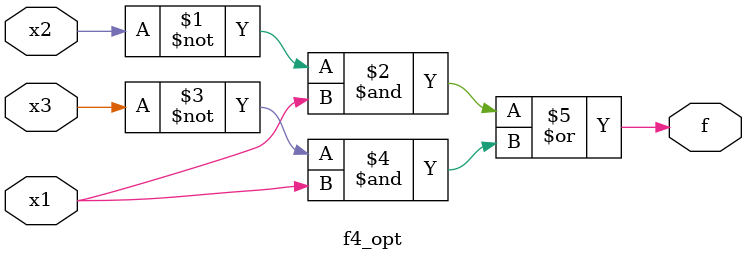
<source format=v>
`timescale 1ns / 1ps

module f4_opt(output f, input x3, x2, x1);
    assign f = (~x2 & x1) | (~x3 & x1);
endmodule

</source>
